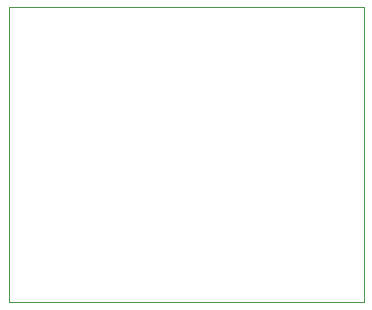
<source format=gbr>
G04 #@! TF.GenerationSoftware,KiCad,Pcbnew,(5.1.6)-1*
G04 #@! TF.CreationDate,2020-05-26T15:20:33+09:00*
G04 #@! TF.ProjectId,mic5332,6d696335-3333-4322-9e6b-696361645f70,rev?*
G04 #@! TF.SameCoordinates,Original*
G04 #@! TF.FileFunction,Profile,NP*
%FSLAX46Y46*%
G04 Gerber Fmt 4.6, Leading zero omitted, Abs format (unit mm)*
G04 Created by KiCad (PCBNEW (5.1.6)-1) date 2020-05-26 15:20:33*
%MOMM*%
%LPD*%
G01*
G04 APERTURE LIST*
G04 #@! TA.AperFunction,Profile*
%ADD10C,0.050000*%
G04 #@! TD*
G04 APERTURE END LIST*
D10*
X109700000Y-64200000D02*
X109700000Y-89200000D01*
X139700000Y-64200000D02*
X109700000Y-64200000D01*
X139700000Y-89200000D02*
X139700000Y-64200000D01*
X109700000Y-89200000D02*
X139700000Y-89200000D01*
M02*

</source>
